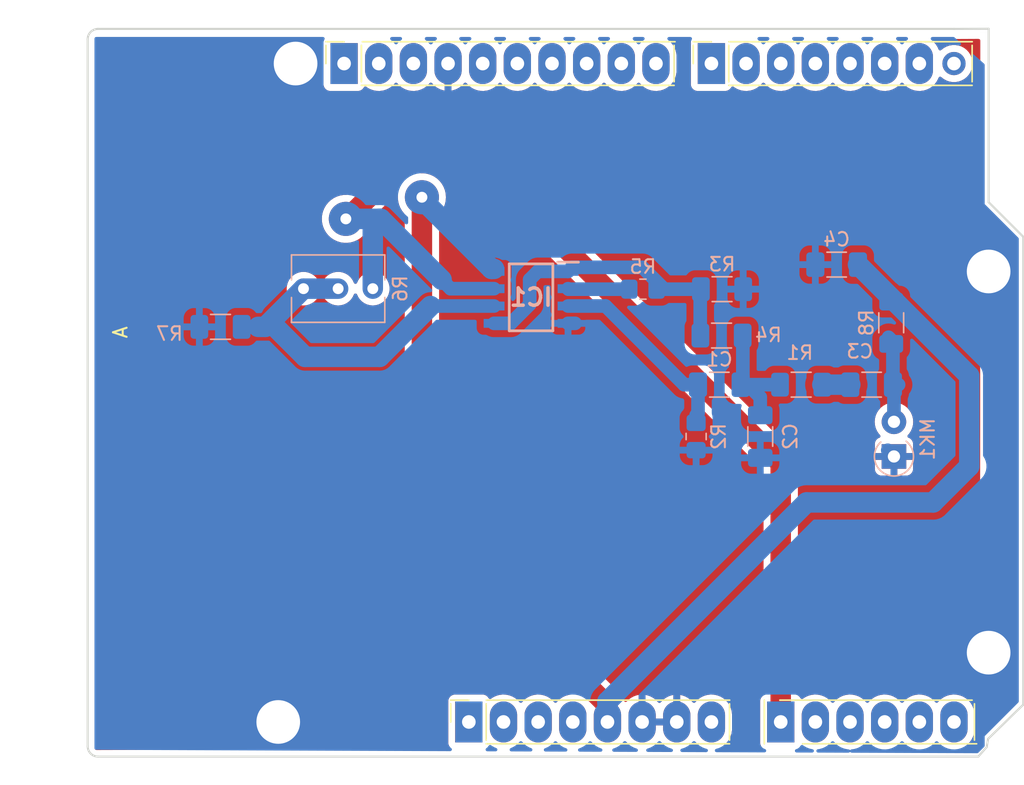
<source format=kicad_pcb>
(kicad_pcb (version 20221018) (generator pcbnew)
  (title_block (title "PCB capteur audio") (date "novembre, 37  2023"))
  (layers (0 "F.Cu" signal) (31 "B.Cu" signal) (34 "B.Paste" user) (35 "F.Paste" user) (36 "B.SilkS" user "B.Silkscreen") (37 "F.SilkS" user "F.Silkscreen") (38 "B.Mask" user) (39 "F.Mask" user) (44 "Edge.Cuts" user))
  (net 0 "")
  (net 1 "GND")
  (net 3 "+5V")
  (net 4 "/IOREF")
  (net 5 "/A0")
  (net 6 "/A1")
  (net 7 "/A2")
  (net 8 "/A3")
  (net 9 "/SDA{slash}A4")
  (net 10 "/SCL{slash}A5")
  (net 11 "/13")
  (net 12 "/12")
  (net 13 "/AREF")
  (net 14 "/8")
  (net 15 "/7")
  (net 16 "/*11")
  (net 17 "/*10")
  (net 18 "/*9")
  (net 19 "/4")
  (net 20 "/2")
  (net 21 "/*6")
  (net 22 "/*5")
  (net 23 "/TX{slash}1")
  (net 24 "/*3")
  (net 25 "/RX{slash}0")
  (net 26 "+3V3")
  (net 27 "VCC")
  (net 28 "/~{RESET}")
  (net 29 "Net-(C1-Pad1)")
  (net 30 "Net-(IC1-NON-INVERTING_INPUT_A)")
  (net 31 "Net-(MK1-+)")
  (net 32 "Net-(C3-Pad2)")
  (net 33 "/Out_Etage_1")
  (net 34 "Net-(IC1-INVERTING_INPUT_B)")
  (net 35 "Net-(IC1-INVERTING_INPUT_A)")
  (footprint "Connector_PinSocket_2.54mm:PinSocket_1x08_P2.54mm_Vertical" (layer "F.Cu") (at 127.94 97.46 90)
    (fp_text reference "J1" hide)
    (fp_text value "Power" hide)
    (fp_line (start -1.6 1.27) (end -1.6 19.11) (stroke (width 0.12)) (layer "F.SilkS"))
    (fp_line (start -1.33 1.27) (end 1.33 1.27) (stroke (width 0.12)) (layer "F.SilkS"))
    (fp_line (start -1.33 19.11) (end 1.33 19.11) (stroke (width 0.12)) (layer "F.SilkS"))
    (fp_line (start 0 -1.33) (end 1.33 -1.33) (stroke (width 0.12)) (layer "F.SilkS"))
    (fp_line (start 1.6 -1.33) (end 1.6 0) (stroke (width 0.12)) (layer "F.SilkS"))
    (fp_line (start 1.6 1.28) (end 1.6 19.12) (stroke (width 0.12)) (layer "F.SilkS"))
    (pad "1" thru_hole rect locked (at 0 0 90) (size 3 2) (drill 1) (layers "*.Cu" "*.Mask"))
    (pad "2" thru_hole oval locked (at 0 2.54 90) (size 3 2) (drill 1) (layers "*.Cu" "*.Mask") (net 4 "/IOREF"))
    (pad "3" thru_hole oval locked (at 0 5.08 90) (size 3 2) (drill 1) (layers "*.Cu" "*.Mask") (net 28 "/~{RESET}"))
    (pad "4" thru_hole oval locked (at 0 7.62 90) (size 3 2) (drill 1) (layers "*.Cu" "*.Mask") (net 26 "+3V3"))
    (pad "5" thru_hole oval locked (at 0 10.16 90) (size 3 2) (drill 1) (layers "*.Cu" "*.Mask") (net 3 "+5V"))
    (pad "6" thru_hole oval locked (at 0 12.7 90) (size 3 2) (drill 1) (layers "*.Cu" "*.Mask") (net 1 "GND"))
    (pad "7" thru_hole oval locked (at 0 15.24 90) (size 3 2) (drill 1) (layers "*.Cu" "*.Mask") (net 1 "GND"))
    (pad "8" thru_hole oval locked (at 0 17.78 90) (size 3 2) (drill 1) (layers "*.Cu" "*.Mask") (net 27 "VCC"))
  )
  (footprint "Connector_PinSocket_2.54mm:PinSocket_1x06_P2.54mm_Vertical" (layer "F.Cu") (at 150.8 97.46 90)
    (fp_text reference "J3" hide)
    (fp_text value "Analog")
    (fp_line (start -1.6 -1.2) (end 1.06 -1.2) (stroke (width 0.12)) (layer "F.SilkS"))
    (fp_line (start -1.6 1.6) (end -1.6 14.36) (stroke (width 0.12)) (layer "F.SilkS"))
    (fp_line (start -1.33 14.2) (end 1.33 14.2) (stroke (width 0.12)) (layer "F.SilkS"))
    (fp_line (start 0.27 -1.2) (end 1.6 -1.2) (stroke (width 0.12)) (layer "F.SilkS"))
    (fp_line (start 1.6 -0.065) (end 1.6 1.265) (stroke (width 0.12)) (layer "F.SilkS"))
    (fp_line (start 1.6 1.27) (end 1.6 14.03) (stroke (width 0.12)) (layer "F.SilkS"))
    (pad "1" thru_hole rect locked (at 0 0 90) (size 3 2) (drill 1) (layers "*.Cu" "*.Mask") (net 5 "/A0"))
    (pad "2" thru_hole oval locked (at 0 2.54 90) (size 3 2) (drill 1) (layers "*.Cu" "*.Mask") (net 6 "/A1"))
    (pad "3" thru_hole oval locked (at 0 5.08 90) (size 3 2) (drill 1) (layers "*.Cu" "*.Mask") (net 7 "/A2"))
    (pad "4" thru_hole oval locked (at 0 7.62 90) (size 3 2) (drill 1) (layers "*.Cu" "*.Mask") (net 8 "/A3"))
    (pad "5" thru_hole oval locked (at 0 10.16 90) (size 3 2) (drill 1) (layers "*.Cu" "*.Mask") (net 9 "/SDA{slash}A4"))
    (pad "6" thru_hole oval locked (at 0 12.7 90) (size 3 2) (drill 1) (layers "*.Cu" "*.Mask") (net 10 "/SCL{slash}A5"))
  )
  (footprint "Connector_PinSocket_2.54mm:PinSocket_1x10_P2.54mm_Vertical" (layer "F.Cu") (at 118.796 49.2 90)
    (fp_text reference "J2" hide)
    (fp_text value "Digital/PWM")
    (fp_line (start -1.6 1.27) (end -1.6 24.19) (stroke (width 0.12)) (layer "F.SilkS"))
    (fp_line (start -1.33 1.27) (end 1.33 1.27) (stroke (width 0.12)) (layer "F.SilkS"))
    (fp_line (start -1.33 24.19) (end 1.33 24.19) (stroke (width 0.12)) (layer "F.SilkS"))
    (fp_line (start 0 -1.33) (end 1.33 -1.33) (stroke (width 0.12)) (layer "F.SilkS"))
    (fp_line (start 1.6 -1.33) (end 1.6 0) (stroke (width 0.12)) (layer "F.SilkS"))
    (fp_line (start 1.6 1.34) (end 1.6 24.26) (stroke (width 0.12)) (layer "F.SilkS"))
    (pad "1" thru_hole rect locked (at 0 0 90) (size 3 2) (drill 1) (layers "*.Cu" "*.Mask") (net 10 "/SCL{slash}A5"))
    (pad "2" thru_hole oval locked (at 0 2.54 90) (size 3 2) (drill 1) (layers "*.Cu" "*.Mask") (net 9 "/SDA{slash}A4"))
    (pad "3" thru_hole oval locked (at 0 5.08 90) (size 3 2) (drill 1) (layers "*.Cu" "*.Mask") (net 13 "/AREF"))
    (pad "4" thru_hole oval locked (at 0 7.62 90) (size 3 2) (drill 1) (layers "*.Cu" "*.Mask") (net 1 "GND"))
    (pad "5" thru_hole oval locked (at 0 10.16 90) (size 3 2) (drill 1) (layers "*.Cu" "*.Mask") (net 11 "/13"))
    (pad "6" thru_hole oval locked (at 0 12.7 90) (size 3 2) (drill 1) (layers "*.Cu" "*.Mask") (net 12 "/12"))
    (pad "7" thru_hole oval locked (at 0 15.24 90) (size 3 2) (drill 1) (layers "*.Cu" "*.Mask") (net 16 "/*11"))
    (pad "8" thru_hole oval locked (at 0 17.78 90) (size 3 2) (drill 1) (layers "*.Cu" "*.Mask") (net 17 "/*10"))
    (pad "9" thru_hole oval locked (at 0 20.32 90) (size 3 2) (drill 1) (layers "*.Cu" "*.Mask") (net 18 "/*9"))
    (pad "10" thru_hole oval locked (at 0 22.86 90) (size 3 2) (drill 1) (layers "*.Cu" "*.Mask") (net 14 "/8"))
  )
  (footprint "Connector_PinSocket_2.54mm:PinSocket_1x08_P2.54mm_Vertical" (layer "F.Cu") (at 145.72 49.2 90)
    (fp_text reference "J4" hide)
    (fp_text value "Digital/PWM")
    (fp_line (start -1.6 1.27) (end -1.6 19.11) (stroke (width 0.12)) (layer "F.SilkS"))
    (fp_line (start -1.33 1.27) (end 1.33 1.27) (stroke (width 0.12)) (layer "F.SilkS"))
    (fp_line (start -1.33 19.11) (end 1.33 19.11) (stroke (width 0.12)) (layer "F.SilkS"))
    (fp_line (start 0 -1.33) (end 1.33 -1.33) (stroke (width 0.12)) (layer "F.SilkS"))
    (fp_line (start 1.6 -1.33) (end 1.6 0) (stroke (width 0.12)) (layer "F.SilkS"))
    (fp_line (start 1.6 1.28) (end 1.6 19.12) (stroke (width 0.12)) (layer "F.SilkS"))
    (pad "1" thru_hole rect locked (at 0 0 90) (size 3 2) (drill 1) (layers "*.Cu" "*.Mask") (net 15 "/7"))
    (pad "2" thru_hole oval locked (at 0 2.54 90) (size 3 2) (drill 1) (layers "*.Cu" "*.Mask") (net 21 "/*6"))
    (pad "3" thru_hole oval locked (at 0 5.08 90) (size 3 2) (drill 1) (layers "*.Cu" "*.Mask" "F.Adhes") (net 22 "/*5"))
    (pad "4" thru_hole oval locked (at 0 7.62 90) (size 3 2) (drill 1) (layers "*.Cu" "*.Mask") (net 19 "/4"))
    (pad "5" thru_hole oval locked (at 0 10.16 90) (size 3 2) (drill 1) (layers "*.Cu" "*.Mask") (net 24 "/*3"))
    (pad "6" thru_hole oval locked (at 0 12.7 90) (size 3 2) (drill 1) (layers "*.Cu" "*.Mask") (net 20 "/2"))
    (pad "7" thru_hole oval locked (at 0 15.24 90) (size 3 2) (drill 1) (layers "*.Cu" "*.Mask") (net 23 "/TX{slash}1"))
    (pad "8" thru_hole oval locked (at 0 17.78 90) (size 1.7 1.7) (drill 1) (layers "*.Cu" "*.Mask") (net 25 "/RX{slash}0"))
  )
  (footprint "Arduino_MountingHole:MountingHole_3.2mm" (layer "F.Cu") (at 115.24 49.2)
    (fp_text reference "MH1" hide)
    (fp_text value "MountingHole_3.2mm" hide)
    (pad "" np_thru_hole circle locked (at 0 0) (size 3.2 3.2) (drill 3.2) (layers "*.Cu" "*.Mask"))
  )
  (footprint "Arduino_MountingHole:MountingHole_3.2mm" (layer "F.Cu") (at 113.97 97.46)
    (fp_text reference "MH2" hide)
    (fp_text value "MountingHole_3.2mm" hide)
    (pad "" np_thru_hole circle locked (at 0 0) (size 3.2 3.2) (drill 3.2) (layers "*.Cu" "*.Mask"))
  )
  (footprint "Arduino_MountingHole:MountingHole_3.2mm" (layer "F.Cu") (at 166.04 64.44)
    (fp_text reference "MH3" hide)
    (fp_text value "MountingHole_3.2mm" hide)
    (pad "" np_thru_hole circle locked (at 0 0) (size 3.2 3.2) (drill 3.2) (layers "*.Cu" "*.Mask"))
  )
  (footprint "Arduino_MountingHole:MountingHole_3.2mm" (layer "F.Cu") (at 166.04 92.38)
    (fp_text reference "MH4" hide)
    (fp_text value "MountingHole_3.2mm" hide)
    (pad "" np_thru_hole circle locked (at 0 0) (size 3.2 3.2) (drill 3.2) (layers "*.Cu" "*.Mask"))
  )
  (footprint "Capacitor_SMD:C_1206_3216Metric_Pad1.33x1.80mm_HandSolder" (layer "B.Cu") (at 157.4625 72.7375 180)
    (fp_text reference "C3" (at 0.8625 2.4375) (layer "B.SilkS") (effects (justify mirror)))
    (fp_text value "10n")
    (fp_line (start -0.711252 -0.91) (end 0.711252 -0.91) (stroke (width 0.12)) (layer "B.SilkS"))
    (fp_line (start -0.711252 0.91) (end 0.711252 0.91) (stroke (width 0.12)) (layer "B.SilkS"))
    (pad "1" smd roundrect (at -1.5625 0 180) (size 1.325 1.8) (layers "B.Cu" "B.Paste" "B.Mask") (roundrect_rratio 0.188679) (net 31 "Net-(MK1-+)"))
    (pad "2" smd roundrect (at 1.5625 0 180) (size 1.325 1.8) (layers "B.Cu" "B.Paste" "B.Mask") (roundrect_rratio 0.188679) (net 32 "Net-(C3-Pad2)"))
  )
  (footprint "Resistor_SMD:R_0805_2012Metric_Pad1.20x1.40mm_HandSolder" (layer "B.Cu") (at 144.6 76.5375 90)
    (fp_text reference "R2" (at 0 1.65 270) (layer "B.SilkS") (effects (justify mirror)))
    (fp_text value "20k")
    (fp_line (start -0.227064 -0.735) (end 0.227064 -0.735) (stroke (width 0.12)) (layer "B.SilkS"))
    (fp_line (start -0.227064 0.735) (end 0.227064 0.735) (stroke (width 0.12)) (layer "B.SilkS"))
    (pad "1" smd roundrect (at -1 0 90) (size 1.2 1.4) (layers "B.Cu" "B.Paste" "B.Mask") (roundrect_rratio 0.208333) (net 1 "GND"))
    (pad "2" smd roundrect (at 1 0 90) (size 1.2 1.4) (layers "B.Cu" "B.Paste" "B.Mask") (roundrect_rratio 0.208333) (net 30 "Net-(IC1-NON-INVERTING_INPUT_A)"))
  )
  (footprint "Resistor_SMD:R_1206_3216Metric_Pad1.30x1.75mm_HandSolder" (layer "B.Cu") (at 109.7375 68.5)
    (fp_text reference "R7" (at -3.7375 0.5 180) (layer "B.SilkS") (effects (justify mirror)))
    (fp_text value "1k")
    (fp_line (start -0.727064 -0.91) (end 0.727064 -0.91) (stroke (width 0.12)) (layer "B.SilkS"))
    (fp_line (start -0.727064 0.91) (end 0.727064 0.91) (stroke (width 0.12)) (layer "B.SilkS"))
    (pad "1" smd roundrect (at -1.55 0) (size 1.3 1.75) (layers "B.Cu" "B.Paste" "B.Mask") (roundrect_rratio 0.192308) (net 1 "GND"))
    (pad "2" smd roundrect (at 1.55 0) (size 1.3 1.75) (layers "B.Cu" "B.Paste" "B.Mask") (roundrect_rratio 0.192308) (net 34 "Net-(IC1-INVERTING_INPUT_B)"))
  )
  (footprint "Diode_THT:D_A-405_P2.54mm_Vertical_AnodeUp" (layer "B.Cu") (at 159.1 78 90)
    (fp_text reference "MK1" (at 1.27 2.47 90) (layer "B.SilkS") (effects (justify mirror)))
    (fp_text value "Microphone_Ultrasound")
    (fp_text user "A" (at 9.1025 -56.7 90) (layer "F.SilkS"))
    (fp_arc (start 1.113239 0.9) (mid -1.430816 0.045469) (end 1.05385 -0.968866) (stroke (width 0.12)) (layer "B.SilkS"))
    (pad "1" thru_hole rect (at 0 0 90) (size 1.8 1.8) (drill 0.9) (layers "*.Cu" "*.Mask") (net 1 "GND"))
    (pad "2" thru_hole oval (at 2.54 0 90) (size 1.8 1.8) (drill 0.9) (layers "*.Cu" "*.Mask") (net 31 "Net-(MK1-+)"))
  )
  (footprint "Potentiometer_THT:Potentiometer_Vishay_T73XW_Horizontal" (layer "B.Cu") (at 120.9 65.7 90)
    (fp_text reference "R6" (at 0 2.01 90) (layer "B.SilkS") (effects (justify mirror)))
    (fp_text value "100k")
    (fp_line (start -2.47 -5.96) (end -0.65 -5.96) (stroke (width 0.12)) (layer "B.SilkS"))
    (fp_line (start -2.47 0.88) (end -2.47 -5.96) (stroke (width 0.12)) (layer "B.SilkS"))
    (fp_line (start -2.47 0.88) (end -0.65 0.88) (stroke (width 0.12)) (layer "B.SilkS"))
    (fp_line (start 0.65 -5.96) (end 2.47 -5.96) (stroke (width 0.12)) (layer "B.SilkS"))
    (fp_line (start 0.65 0.88) (end 2.47 0.88) (stroke (width 0.12)) (layer "B.SilkS"))
    (fp_line (start 2.47 0.88) (end 2.47 -5.96) (stroke (width 0.12)) (layer "B.SilkS"))
    (pad "1" thru_hole circle (at 0 0 90) (size 1.44 1.44) (drill 0.8) (layers "*.Cu" "*.Mask") (net 5 "/A0"))
    (pad "2" thru_hole circle (at 0 -2.54 90) (size 1.44 1.44) (drill 0.8) (layers "*.Cu" "*.Mask") (net 34 "Net-(IC1-INVERTING_INPUT_B)"))
    (pad "3" thru_hole circle (at 0 -5.08 90) (size 1.44 1.44) (drill 0.8) (layers "*.Cu" "*.Mask") (net 34 "Net-(IC1-INVERTING_INPUT_B)"))
  )
  (footprint "Resistor_SMD:R_1206_3216Metric_Pad1.30x1.75mm_HandSolder" (layer "B.Cu") (at 146.4625 69.1375 180)
    (fp_text reference "R4" (at -3.4375 0.0375) (layer "B.SilkS") (effects (justify mirror)))
    (fp_text value "10k")
    (fp_line (start -0.727064 -0.91) (end 0.727064 -0.91) (stroke (width 0.12)) (layer "B.SilkS"))
    (fp_line (start -0.727064 0.91) (end 0.727064 0.91) (stroke (width 0.12)) (layer "B.SilkS"))
    (pad "1" smd roundrect (at -1.55 0 180) (size 1.3 1.75) (layers "B.Cu" "B.Paste" "B.Mask") (roundrect_rratio 0.192308) (net 29 "Net-(C1-Pad1)"))
    (pad "2" smd roundrect (at 1.55 0 180) (size 1.3 1.75) (layers "B.Cu" "B.Paste" "B.Mask") (roundrect_rratio 0.192308) (net 33 "/Out_Etage_1"))
  )
  (footprint "Capacitor_SMD:C_1206_3216Metric_Pad1.33x1.80mm_HandSolder" (layer "B.Cu") (at 146.3 72.7375 180)
    (fp_text reference "C1" (at 0 1.85) (layer "B.SilkS") (effects (justify mirror)))
    (fp_text value "10n")
    (fp_line (start -0.711252 -0.91) (end 0.711252 -0.91) (stroke (width 0.12)) (layer "B.SilkS"))
    (fp_line (start -0.711252 0.91) (end 0.711252 0.91) (stroke (width 0.12)) (layer "B.SilkS"))
    (pad "1" smd roundrect (at -1.5625 0 180) (size 1.325 1.8) (layers "B.Cu" "B.Paste" "B.Mask") (roundrect_rratio 0.188679) (net 29 "Net-(C1-Pad1)"))
    (pad "2" smd roundrect (at 1.5625 0 180) (size 1.325 1.8) (layers "B.Cu" "B.Paste" "B.Mask") (roundrect_rratio 0.188679) (net 30 "Net-(IC1-NON-INVERTING_INPUT_A)"))
  )
  (footprint "Capacitor_SMD:C_1206_3216Metric_Pad1.33x1.80mm_HandSolder" (layer "B.Cu") (at 149.3 76.5375 90)
    (fp_text reference "C2" (at 0 2.2 90) (layer "B.SilkS") (effects (justify mirror)))
    (fp_text value "10n")
    (fp_line (start -0.711252 -0.91) (end 0.711252 -0.91) (stroke (width 0.12)) (layer "B.SilkS"))
    (fp_line (start -0.711252 0.91) (end 0.711252 0.91) (stroke (width 0.12)) (layer "B.SilkS"))
    (pad "1" smd roundrect (at -1.5625 0 90) (size 1.325 1.8) (layers "B.Cu" "B.Paste" "B.Mask") (roundrect_rratio 0.188679) (net 1 "GND"))
    (pad "2" smd roundrect (at 1.5625 0 90) (size 1.325 1.8) (layers "B.Cu" "B.Paste" "B.Mask") (roundrect_rratio 0.188679) (net 29 "Net-(C1-Pad1)"))
  )
  (footprint "Resistor_SMD:R_1206_3216Metric_Pad1.30x1.75mm_HandSolder" (layer "B.Cu") (at 158.9 68.2 -90)
    (fp_text reference "R8" (at 0 1.82 90) (layer "B.SilkS") (effects (justify mirror)))
    (fp_text value "10k")
    (fp_line (start -0.727064 -0.91) (end 0.727064 -0.91) (stroke (width 0.12)) (layer "B.SilkS"))
    (fp_line (start -0.727064 0.91) (end 0.727064 0.91) (stroke (width 0.12)) (layer "B.SilkS"))
    (pad "1" smd roundrect (at -1.55 0 270) (size 1.3 1.75) (layers "B.Cu" "B.Paste" "B.Mask") (roundrect_rratio 0.192308) (net 3 "+5V"))
    (pad "2" smd roundrect (at 1.55 0 270) (size 1.3 1.75) (layers "B.Cu" "B.Paste" "B.Mask") (roundrect_rratio 0.192308) (net 31 "Net-(MK1-+)"))
  )
  (footprint "Resistor_SMD:R_1206_3216Metric_Pad1.30x1.75mm_HandSolder" (layer "B.Cu") (at 152.3 72.7375 180)
    (fp_text reference "R1" (at 0.1 2.3375) (layer "B.SilkS") (effects (justify mirror)))
    (fp_text value "10k")
    (fp_line (start -0.727064 -0.91) (end 0.727064 -0.91) (stroke (width 0.12)) (layer "B.SilkS"))
    (fp_line (start -0.727064 0.91) (end 0.727064 0.91) (stroke (width 0.12)) (layer "B.SilkS"))
    (pad "1" smd roundrect (at -1.55 0 180) (size 1.3 1.75) (layers "B.Cu" "B.Paste" "B.Mask") (roundrect_rratio 0.192308) (net 32 "Net-(C3-Pad2)"))
    (pad "2" smd roundrect (at 1.55 0 180) (size 1.3 1.75) (layers "B.Cu" "B.Paste" "B.Mask") (roundrect_rratio 0.192308) (net 29 "Net-(C1-Pad1)"))
  )
  (footprint "Resistor_SMD:R_0805_2012Metric_Pad1.20x1.40mm_HandSolder" (layer "B.Cu") (at 140.7 65.7375 180)
    (fp_text reference "R5" (at 0 1.65) (layer "B.SilkS") (effects (justify mirror)))
    (fp_text value "15k")
    (fp_line (start -0.227064 -0.735) (end 0.227064 -0.735) (stroke (width 0.12)) (layer "B.SilkS"))
    (fp_line (start -0.227064 0.735) (end 0.227064 0.735) (stroke (width 0.12)) (layer "B.SilkS"))
    (pad "1" smd roundrect (at -1 0 180) (size 1.2 1.4) (layers "B.Cu" "B.Paste" "B.Mask") (roundrect_rratio 0.208333) (net 33 "/Out_Etage_1"))
    (pad "2" smd roundrect (at 1 0 180) (size 1.2 1.4) (layers "B.Cu" "B.Paste" "B.Mask") (roundrect_rratio 0.208333) (net 35 "Net-(IC1-INVERTING_INPUT_A)"))
  )
  (footprint "Resistor_SMD:R_1206_3216Metric_Pad1.30x1.75mm_HandSolder" (layer "B.Cu") (at 146.5 65.7375 180)
    (fp_text reference "R3" (at 0 1.82) (layer "B.SilkS") (effects (justify mirror)))
    (fp_text value "10k")
    (fp_line (start -0.727064 -0.91) (end 0.727064 -0.91) (stroke (width 0.12)) (layer "B.SilkS"))
    (fp_line (start -0.727064 0.91) (end 0.727064 0.91) (stroke (width 0.12)) (layer "B.SilkS"))
    (pad "1" smd roundrect (at -1.55 0 180) (size 1.3 1.75) (layers "B.Cu" "B.Paste" "B.Mask") (roundrect_rratio 0.192308) (net 1 "GND"))
    (pad "2" smd roundrect (at 1.55 0 180) (size 1.3 1.75) (layers "B.Cu" "B.Paste" "B.Mask") (roundrect_rratio 0.192308) (net 33 "/Out_Etage_1"))
  )
  (footprint "Capacitor_SMD:C_1206_3216Metric_Pad1.33x1.80mm_HandSolder" (layer "B.Cu") (at 154.9 63.9375 180)
    (fp_text reference "C4" (at 0 1.85) (layer "B.SilkS") (effects (justify mirror)))
    (fp_text value "100n")
    (fp_line (start -0.711252 -0.91) (end 0.711252 -0.91) (stroke (width 0.12)) (layer "B.SilkS"))
    (fp_line (start -0.711252 0.91) (end 0.711252 0.91) (stroke (width 0.12)) (layer "B.SilkS"))
    (pad "1" smd roundrect (at -1.5625 0 180) (size 1.325 1.8) (layers "B.Cu" "B.Paste" "B.Mask") (roundrect_rratio 0.188679) (net 3 "+5V"))
    (pad "2" smd roundrect (at 1.5625 0 180) (size 1.325 1.8) (layers "B.Cu" "B.Paste" "B.Mask") (roundrect_rratio 0.188679) (net 1 "GND"))
  )
  (footprint "KiCad:SOIC127P600X175-8N" (layer "B.Cu") (at 132.5 66.3375 180)
    (fp_text reference "IC1" (at 0 0) (layer "B.SilkS") (effects (font (size 1.27 1.27) (thickness 0.254)) (justify mirror)))
    (fp_text value "LME49860MAX_NOPB" hide)
    (fp_line (start -3.475 2.58) (end -1.948 2.58) (stroke (width 0.2)) (layer "B.SilkS"))
    (fp_line (start -1.598 -2.452) (end -1.598 2.452) (stroke (width 0.2)) (layer "B.SilkS"))
    (fp_line (start -1.598 2.452) (end 1.598 2.452) (stroke (width 0.2)) (layer "B.SilkS"))
    (fp_line (start 1.598 -2.452) (end -1.598 -2.452) (stroke (width 0.2)) (layer "B.SilkS"))
    (fp_line (start 1.598 2.452) (end 1.598 -2.452) (stroke (width 0.2)) (layer "B.SilkS"))
    (pad "1" smd rect (at -2.711 1.905 90) (size 0.65 1.528) (layers "B.Cu" "B.Paste" "B.Mask") (net 33 "/Out_Etage_1"))
    (pad "2" smd rect (at -2.711 0.635 90) (size 0.65 1.528) (layers "B.Cu" "B.Paste" "B.Mask") (net 35 "Net-(IC1-INVERTING_INPUT_A)"))
    (pad "3" smd rect (at -2.711 -0.635 90) (size 0.65 1.528) (layers "B.Cu" "B.Paste" "B.Mask") (net 30 "Net-(IC1-NON-INVERTING_INPUT_A)"))
    (pad "4" smd rect (at -2.711 -1.905 90) (size 0.65 1.528) (layers "B.Cu" "B.Paste" "B.Mask") (net 1 "GND"))
    (pad "5" smd rect (at 2.711 -1.905 90) (size 0.65 1.528) (layers "B.Cu" "B.Paste" "B.Mask") (net 33 "/Out_Etage_1"))
    (pad "6" smd rect (at 2.711 -0.635 90) (size 0.65 1.528) (layers "B.Cu" "B.Paste" "B.Mask") (net 34 "Net-(IC1-INVERTING_INPUT_B)"))
    (pad "7" smd rect (at 2.711 0.635 90) (size 0.65 1.528) (layers "B.Cu" "B.Paste" "B.Mask") (net 5 "/A0"))
    (pad "8" smd rect (at 2.711 1.905 90) (size 0.65 1.528) (layers "B.Cu" "B.Paste" "B.Mask") (net 3 "+5V"))
  )
  (gr_line (start 166.04 59.36) (end 168.58 61.9) (stroke (width 0.15)) (layer "Edge.Cuts"))
  (gr_line (start 100 99.238) (end 100 47.422) (stroke (width 0.15)) (layer "Edge.Cuts"))
  (gr_line (start 163.5 46.66) (end 166.04 46.65) (stroke (width 0.15)) (layer "Edge.Cuts"))
  (gr_line (start 165.278 100) (end 165.9 99.3) (stroke (width 0.15)) (layer "Edge.Cuts"))
  (gr_line (start 168.58 61.9) (end 168.58 96.19) (stroke (width 0.15)) (layer "Edge.Cuts"))
  (gr_line (start 165.278 100) (end 100.762 100) (stroke (width 0.15)) (layer "Edge.Cuts"))
  (gr_line (start 166 98.7) (end 165.9 99.3) (stroke (width 0.15)) (layer "Edge.Cuts"))
  (gr_line (start 100.762 46.66) (end 163.5 46.66) (stroke (width 0.15)) (layer "Edge.Cuts"))
  (gr_arc (start 100.762 100) (mid 100.223185 99.776815) (end 100 99.238) (stroke (width 0.15)) (layer "Edge.Cuts"))
  (gr_line (start 168.58 96.19) (end 166 98.7) (stroke (width 0.15)) (layer "Edge.Cuts"))
  (gr_line (start 166.04 49.2) (end 166.04 46.65) (stroke (width 0.15)) (layer "Edge.Cuts"))
  (gr_line (start 166.04 49.2) (end 166.04 59.36) (stroke (width 0.15)) (layer "Edge.Cuts"))
  (gr_arc (start 100 47.422) (mid 100.223185 46.883185) (end 100.762 46.66) (stroke (width 0.15)) (layer "Edge.Cuts"))
  (segment (start 126.416 49.2) (end 126.416 49.984) (width 1.5) (layer "F.Cu") (net 1))
  (segment (start 159.1 78) (end 158.645 77.545) (width 1) (layer "B.Cu") (net 1))
  (segment (start 135.211 68.2425) (end 135.73 68.2425) (width 1) (layer "B.Cu") (net 1))
  (segment (start 138.1 96.46) (end 138.1 97.46) (width 1) (layer "F.Cu") (net 3))
  (segment (start 124.5 59) (end 124.5 82.642284) (width 1.5) (layer "F.Cu") (net 3))
  (segment (start 138.1 96.242284) (end 138.1 97.46) (width 1.5) (layer "F.Cu") (net 3))
  (segment (start 124.5 82.642284) (end 138.1 96.242284) (width 1.5) (layer "F.Cu") (net 3))
  (via (at 124.5 59) (size 2.5) (drill 0.8) (layers "F.Cu" "B.Cu") (net 3))
  (segment (start 152.69 81.37) (end 161.97 81.37) (width 1.5) (layer "B.Cu") (net 3))
  (segment (start 164.62 78.72) (end 164.62 72.095) (width 1.5) (layer "B.Cu") (net 3))
  (segment (start 129.609 64.2525) (end 129.789 64.2525) (width 1.5) (layer "B.Cu") (net 3))
  (segment (start 161.97 81.37) (end 164.62 78.72) (width 1.5) (layer "B.Cu") (net 3))
  (segment (start 124.5 59) (end 124.5 59.1435) (width 1.5) (layer "B.Cu") (net 3))
  (segment (start 164.62 72.095) (end 156.4625 63.9375) (width 1.5) (layer "B.Cu") (net 3))
  (segment (start 138.1 97.46) (end 138.1 95.96) (width 1.5) (layer "B.Cu") (net 3))
  (segment (start 138.1 95.96) (end 152.69 81.37) (width 1.5) (layer "B.Cu") (net 3))
  (segment (start 124.5 59.1435) (end 129.609 64.2525) (width 1.5) (layer "B.Cu") (net 3))
  (segment (start 118.925631 60.584933) (end 119.015067 60.584933) (width 1) (layer "F.Cu") (net 5))
  (segment (start 150.8 78.5) (end 150.8 97.46) (width 1.5) (layer "F.Cu") (net 5))
  (segment (start 119.015067 60.584933) (end 124.1 55.5) (width 1.5) (layer "F.Cu") (net 5))
  (segment (start 124.1 55.5) (end 127.8 55.5) (width 1.5) (layer "F.Cu") (net 5))
  (segment (start 127.8 55.5) (end 150.8 78.5) (width 1.5) (layer "F.Cu") (net 5))
  (segment (start 119.015067 60.584933) (end 122.55 57.05) (width 1) (layer "F.Cu") (net 5))
  (via (at 118.925631 60.584933) (size 2.5) (drill 0.8) (layers "F.Cu" "B.Cu") (net 5))
  (segment (start 118.925631 60.584933) (end 121.384933 60.584933) (width 1) (layer "B.Cu") (net 5))
  (segment (start 121.484933 60.584933) (end 121.384933 60.584933) (width 1.5) (layer "B.Cu") (net 5))
  (segment (start 118.925631 60.584933) (end 121.484933 60.584933) (width 1.5) (layer "B.Cu") (net 5))
  (segment (start 120.9 65.7) (end 120.9 61.069866) (width 1.5) (layer "B.Cu") (net 5))
  (segment (start 118.925631 60.584933) (end 119.015067 60.584933) (width 1) (layer "B.Cu") (net 5))
  (segment (start 125.945 65.045) (end 126.6025 65.7025) (width 1) (layer "B.Cu") (net 5))
  (segment (start 120.9 61.069866) (end 121.384933 60.584933) (width 1.5) (layer "B.Cu") (net 5))
  (segment (start 121.484933 60.584933) (end 125.945 65.045) (width 1.5) (layer "B.Cu") (net 5))
  (segment (start 126.6025 65.7025) (end 129.789 65.7025) (width 1) (layer "B.Cu") (net 5))
  (segment (start 119.015067 60.584933) (end 119.1 60.5) (width 1) (layer "B.Cu") (net 5))
  (segment (start 150.75 72.7375) (end 148.38 72.7375) (width 1) (layer "B.Cu") (net 29))
  (segment (start 149.3 74.975) (end 149.3 73.6575) (width 1) (layer "B.Cu") (net 29))
  (segment (start 149.3 73.6575) (end 148.38 72.7375) (width 1) (layer "B.Cu") (net 29))
  (segment (start 148.025 72.575) (end 147.8625 72.7375) (width 1) (layer "B.Cu") (net 29))
  (segment (start 148.025 69.1375) (end 148.025 72.575) (width 1) (layer "B.Cu") (net 29))
  (segment (start 148.38 72.7375) (end 147.8625 72.7375) (width 1) (layer "B.Cu") (net 29))
  (segment (start 144.7375 72.7375) (end 144.7375 74.8375) (width 1) (layer "B.Cu") (net 30))
  (segment (start 144.7375 74.8375) (end 144.6 74.975) (width 1) (layer "B.Cu") (net 30))
  (segment (start 135.211 66.9725) (end 137.95957 66.9725) (width 1) (layer "B.Cu") (net 30))
  (segment (start 137.95957 66.9725) (end 143.72457 72.7375) (width 1) (layer "B.Cu") (net 30))
  (segment (start 143.72457 72.7375) (end 144.7375 72.7375) (width 1) (layer "B.Cu") (net 30))
  (segment (start 159.025 72.7375) (end 159.025 69.5875) (width 1) (layer "B.Cu") (net 31))
  (segment (start 159.1 72.8125) (end 159.025 72.7375) (width 1) (layer "B.Cu") (net 31))
  (segment (start 159.025 69.5875) (end 158.7 69.2625) (width 1) (layer "B.Cu") (net 31))
  (segment (start 159.025 72.7375) (end 159.44 72.7375) (width 1) (layer "B.Cu") (net 31))
  (segment (start 159.1 75.46) (end 159.1 72.8125) (width 1) (layer "B.Cu") (net 31))
  (segment (start 155.9 72.7375) (end 153.85 72.7375) (width 1.5) (layer "B.Cu") (net 32))
  (segment (start 135.211 64.4325) (end 132.9975 64.4325) (width 1) (layer "B.Cu") (net 33))
  (segment (start 142.2625 65.7375) (end 144.9375 65.7375) (width 1) (layer "B.Cu") (net 33))
  (segment (start 131.008 68.2425) (end 132.4 66.8505) (width 1) (layer "B.Cu") (net 33))
  (segment (start 135.506 64.1375) (end 140.6625 64.1375) (width 1) (layer "B.Cu") (net 33))
  (segment (start 129.789 68.2425) (end 131.008 68.2425) (width 1) (layer "B.Cu") (net 33))
  (segment (start 135.211 64.4325) (end 135.506 64.1375) (width 1) (layer "B.Cu") (net 33))
  (segment (start 144.9 69.1375) (end 144.9 65.775) (width 1) (layer "B.Cu") (net 33))
  (segment (start 140.6625 64.1375) (end 142.2625 65.7375) (width 1) (layer "B.Cu") (net 33))
  (segment (start 132.4 66.8505) (end 132.4 65.03) (width 1) (layer "B.Cu") (net 33))
  (segment (start 132.9975 64.4325) (end 132.4 65.03) (width 1) (layer "B.Cu") (net 33))
  (segment (start 144.9 65.775) (end 144.9375 65.7375) (width 1) (layer "B.Cu") (net 33))
  (segment (start 115.9375 70.7) (end 121.4 70.7) (width 1.5) (layer "B.Cu") (net 34))
  (segment (start 111.3 68.5) (end 112.5 68.5) (width 1) (layer "B.Cu") (net 34))
  (segment (start 118.36 65.7) (end 115.82 65.7) (width 1.5) (layer "B.Cu") (net 34))
  (segment (start 113.7375 68.5) (end 115.9375 70.7) (width 1.5) (layer "B.Cu") (net 34))
  (segment (start 113.02 68.5) (end 112.5 68.5) (width 1.5) (layer "B.Cu") (net 34))
  (segment (start 113.7375 67.7825) (end 113.7375 68.5) (width 1) (layer "B.Cu") (net 34))
  (segment (start 115.82 65.7) (end 113.7375 67.7825) (width 1) (layer "B.Cu") (net 34))
  (segment (start 125.1275 66.9725) (end 129.789 66.9725) (width 1) (layer "B.Cu") (net 34))
  (segment (start 112.5 68.5) (end 113.7375 68.5) (width 1) (layer "B.Cu") (net 34))
  (segment (start 115.82 65.7) (end 113.02 68.5) (width 1.5) (layer "B.Cu") (net 34))
  (segment (start 121.4 70.7) (end 125.1275 66.9725) (width 1.5) (layer "B.Cu") (net 34))
  (segment (start 139.1375 65.7375) (end 135.246 65.7375) (width 1) (layer "B.Cu") (net 35))
  (segment (start 135.246 65.7375) (end 135.211 65.7025) (width 1) (layer "B.Cu") (net 35))
  (zone (net 1) (net_name "GND") (layer "F.Cu") (priority 1) (connect_pads (clearance 0.508)) (min_thickness 0.25) (fill yes (thermal_gap 0.5) (thermal_bridge_width 0.5))
    (polygon (pts (xy 100.87 47.7) (xy 165.43 47.39) (xy 165.41 99.34) (xy 100.52 99.52) (xy 100.6 47.71) (xy 100.9 47.7) (xy 100.96 47.7)))
  )
  (zone (net 1) (net_name "GND") (layer "B.Cu") (connect_pads (clearance 0.508)) (min_thickness 0.25) (fill yes (thermal_gap 0.5) (thermal_bridge_width 0.5) (island_removal_mode 1) (island_area_min 10))
    (polygon (pts (xy 100.5 47.25) (xy 163.5 47.25) (xy 165.75 49.25) (xy 165.75 59.5) (xy 168.25 62) (xy 168.25 96) (xy 165.75 98.5) (xy 165.75 99.25) (xy 165.25 99.75) (xy 100.5 99.5)))
  )
)
</source>
